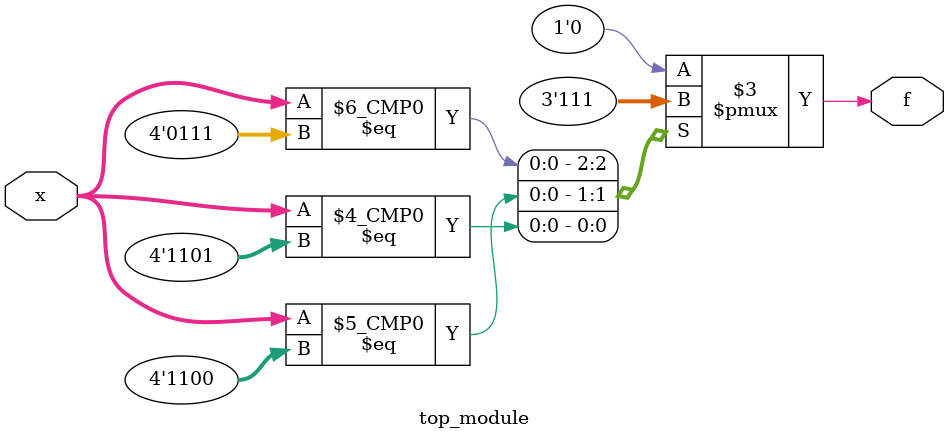
<source format=sv>
module top_module (
    input [4:1] x,
    output logic f
);

always_comb begin
    case ({x[4], x[3], x[2], x[1]})
        4'b0010: f = 1'b0;
        4'b0111: f = 1'b1;
        4'b1100: f = 1'b1;
        4'b1101: f = 1'b1;
        default: f = 1'b0; // Don't care condition, output 0
    endcase
end

endmodule

</source>
